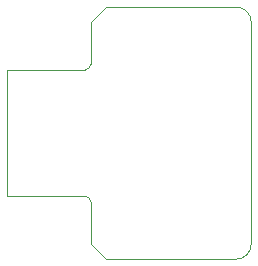
<source format=gbr>
%FSLAX46Y46*%
G04 Gerber Fmt 4.6, Leading zero omitted, Abs format (unit mm)*
G04 Created by KiCad (PCBNEW (2014-10-23 BZR 4804)-product) date mar. 16 déc. 2014 20:49:27 CET*
%MOMM*%
G01*
G04 APERTURE LIST*
%ADD10C,0.100000*%
G04 APERTURE END LIST*
D10*
X137795000Y-91702700D02*
X137795000Y-88150700D01*
X137795000Y-103394700D02*
X137795000Y-106946700D01*
X130683000Y-102882700D02*
X137283000Y-102882700D01*
X130683000Y-92214700D02*
X130683000Y-102882700D01*
X137283000Y-92214700D02*
X130683000Y-92214700D01*
X137283000Y-102882700D02*
G75*
G02X137795000Y-103394700I0J-512000D01*
G01*
X137795000Y-91702700D02*
G75*
G02X137283000Y-92214700I-512000J0D01*
G01*
X150114000Y-86880700D02*
G75*
G02X151384000Y-88150700I0J-1270000D01*
G01*
X151384000Y-106946700D02*
G75*
G02X150114000Y-108216700I-1270000J0D01*
G01*
X139065000Y-108216700D02*
X137795000Y-106946700D01*
X150114000Y-108216700D02*
X139065000Y-108216700D01*
X151384000Y-88150700D02*
X151384000Y-106946700D01*
X139065000Y-86880700D02*
X150114000Y-86880700D01*
X137795000Y-88150700D02*
X139065000Y-86880700D01*
M02*

</source>
